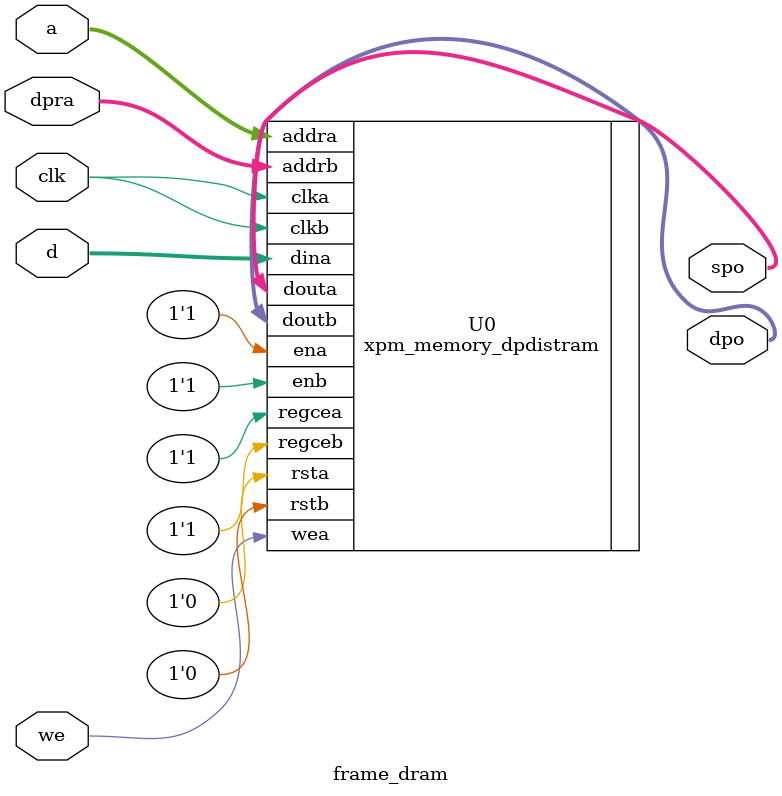
<source format=sv>
/*
	This Source Code Form is subject to the terms of the Mozilla Public
	License, v. 2.0. If a copy of the MPL was not distributed with this
	file, You can obtain one at https://mozilla.org/MPL/2.0/.
*/

module frame_dram
(
	input logic clk,

	input logic [10:0] a,
	input logic [7:0] d,
	output logic [7:0] spo,
	input logic we,

	input logic [10:0] dpra,
	output logic [7:0] dpo
);
	xpm_memory_dpdistram
	#(
		.ADDR_WIDTH_A(11),
		.ADDR_WIDTH_B(11),
		.BYTE_WRITE_WIDTH_A(8),
		.CLOCKING_MODE("common_clock"),
		.MEMORY_INIT_FILE("none"),
		.MEMORY_INIT_PARAM("0"),
		.MEMORY_OPTIMIZATION("true"),
		.MEMORY_SIZE(2048),
		.MESSAGE_CONTROL(0),
		.READ_DATA_WIDTH_A(8),
		.READ_DATA_WIDTH_B(8),
		.READ_LATENCY_A(0),
		.READ_LATENCY_B(0),
		.READ_RESET_VALUE_A("0"),
		.READ_RESET_VALUE_B("0"),
		.RST_MODE_A("SYNC"),
		.RST_MODE_B("SYNC"),
		.USE_EMBEDDED_CONSTRAINT(0),
		.USE_MEM_INIT(0),
		.WRITE_DATA_WIDTH_A(8)
	)
	U0
	(
		.clka(clk),
		.clkb(clk),

		.rsta(1'b0),
		.rstb(1'b0),

		.addra(a),
		.dina(d),
		.douta(spo),
		.wea(we),

		.addrb(dpra),
		.doutb(dpo),

		.ena(1'b1),
		.enb(1'b1),

		.regcea(1'b1),
		.regceb(1'b1)
	);
endmodule

</source>
